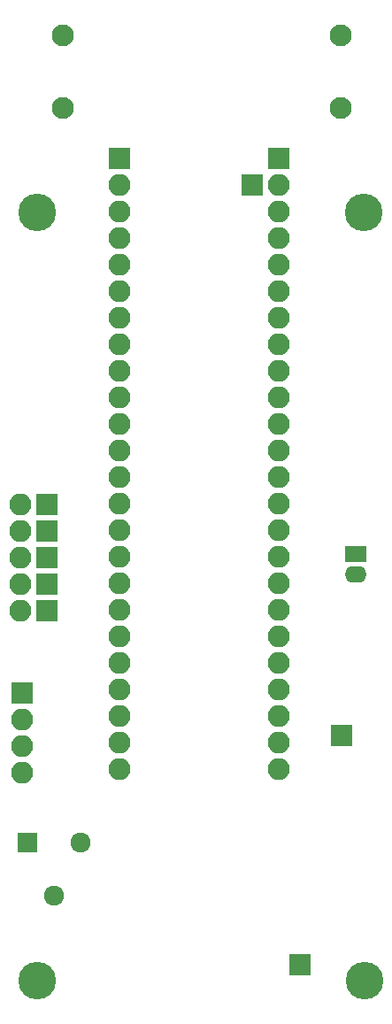
<source format=gbr>
G04 #@! TF.FileFunction,Soldermask,Bot*
%FSLAX46Y46*%
G04 Gerber Fmt 4.6, Leading zero omitted, Abs format (unit mm)*
G04 Created by KiCad (PCBNEW 4.0.0-stable) date Friday, August 18, 2017 'PMt' 03:24:48 PM*
%MOMM*%
G01*
G04 APERTURE LIST*
%ADD10C,0.100000*%
%ADD11C,3.600000*%
%ADD12R,2.100000X1.600000*%
%ADD13O,2.100000X1.600000*%
%ADD14R,2.100000X2.100000*%
%ADD15O,2.100000X2.100000*%
%ADD16R,1.924000X1.924000*%
%ADD17C,1.924000*%
%ADD18C,2.100000*%
G04 APERTURE END LIST*
D10*
D11*
X105156000Y-48615600D03*
X105206800Y-122123200D03*
X136499600Y-122123200D03*
X136448800Y-48615600D03*
D12*
X135636000Y-81280000D03*
D13*
X135636000Y-83280000D03*
D14*
X130302000Y-120548400D03*
X103733600Y-94589600D03*
D15*
X103733600Y-97129600D03*
X103733600Y-99669600D03*
X103733600Y-102209600D03*
D14*
X134315200Y-98653600D03*
X113030000Y-43434000D03*
D15*
X113030000Y-45974000D03*
X113030000Y-48514000D03*
X113030000Y-51054000D03*
X113030000Y-53594000D03*
X113030000Y-56134000D03*
X113030000Y-58674000D03*
X113030000Y-61214000D03*
X113030000Y-63754000D03*
X113030000Y-66294000D03*
X113030000Y-68834000D03*
X113030000Y-71374000D03*
X113030000Y-73914000D03*
X113030000Y-76454000D03*
X113030000Y-78994000D03*
X113030000Y-81534000D03*
X113030000Y-84074000D03*
X113030000Y-86614000D03*
X113030000Y-89154000D03*
X113030000Y-91694000D03*
X113030000Y-94234000D03*
X113030000Y-96774000D03*
X113030000Y-99314000D03*
X113030000Y-101854000D03*
D14*
X125730000Y-45974000D03*
X128270000Y-43434000D03*
D15*
X128270000Y-45974000D03*
X128270000Y-48514000D03*
X128270000Y-51054000D03*
X128270000Y-53594000D03*
X128270000Y-56134000D03*
X128270000Y-58674000D03*
X128270000Y-61214000D03*
X128270000Y-63754000D03*
X128270000Y-66294000D03*
X128270000Y-68834000D03*
X128270000Y-71374000D03*
X128270000Y-73914000D03*
X128270000Y-76454000D03*
X128270000Y-78994000D03*
X128270000Y-81534000D03*
X128270000Y-84074000D03*
X128270000Y-86614000D03*
X128270000Y-89154000D03*
X128270000Y-91694000D03*
X128270000Y-94234000D03*
X128270000Y-96774000D03*
X128270000Y-99314000D03*
X128270000Y-101854000D03*
D14*
X106121200Y-76555600D03*
D15*
X103581200Y-76555600D03*
D14*
X106121200Y-79095600D03*
D15*
X103581200Y-79095600D03*
D14*
X106121200Y-81635600D03*
D15*
X103581200Y-81635600D03*
D14*
X106121200Y-84175600D03*
D15*
X103581200Y-84175600D03*
D14*
X106121200Y-86715600D03*
D15*
X103581200Y-86715600D03*
D16*
X104241600Y-108915200D03*
D17*
X109321600Y-108915200D03*
X106781600Y-113995200D03*
D18*
X107645200Y-38648400D03*
X107645200Y-31648400D03*
X134264400Y-38648400D03*
X134264400Y-31648400D03*
M02*

</source>
